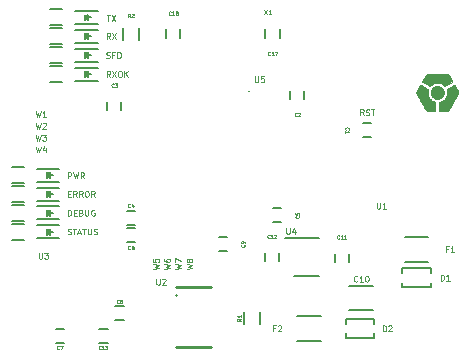
<source format=gto>
G04 #@! TF.FileFunction,Legend,Top*
%FSLAX46Y46*%
G04 Gerber Fmt 4.6, Leading zero omitted, Abs format (unit mm)*
G04 Created by KiCad (PCBNEW 4.1.0-alpha+201607021448+6961~45~ubuntu14.04.1-product) date Mon Jul  4 13:55:25 2016*
%MOMM*%
%LPD*%
G01*
G04 APERTURE LIST*
%ADD10C,0.100000*%
%ADD11C,0.150000*%
%ADD12C,0.250000*%
%ADD13C,0.010000*%
%ADD14C,0.050000*%
%ADD15C,0.080000*%
G04 APERTURE END LIST*
D10*
D11*
X148350000Y-71600000D02*
X147650000Y-71600000D01*
X147650000Y-70400000D02*
X148350000Y-70400000D01*
X142700000Y-67650000D02*
X142700000Y-68350000D01*
X141500000Y-68350000D02*
X141500000Y-67650000D01*
X126000000Y-69300000D02*
X126000000Y-68600000D01*
X127200000Y-68600000D02*
X127200000Y-69300000D01*
X127650000Y-77800000D02*
X128350000Y-77800000D01*
X128350000Y-79000000D02*
X127650000Y-79000000D01*
X140050000Y-77600000D02*
X140750000Y-77600000D01*
X140750000Y-78800000D02*
X140050000Y-78800000D01*
X126700000Y-85900000D02*
X127400000Y-85900000D01*
X127400000Y-87100000D02*
X126700000Y-87100000D01*
X121650000Y-87800000D02*
X122350000Y-87800000D01*
X122350000Y-89000000D02*
X121650000Y-89000000D01*
X127650000Y-79300000D02*
X128350000Y-79300000D01*
X128350000Y-80500000D02*
X127650000Y-80500000D01*
X136150000Y-81250000D02*
X135450000Y-81250000D01*
X135450000Y-80050000D02*
X136150000Y-80050000D01*
X146500000Y-86225000D02*
X148500000Y-86225000D01*
X148500000Y-84175000D02*
X146500000Y-84175000D01*
X146450000Y-81450000D02*
X146450000Y-82150000D01*
X145250000Y-82150000D02*
X145250000Y-81450000D01*
X140550000Y-81400000D02*
X140550000Y-82100000D01*
X139350000Y-82100000D02*
X139350000Y-81400000D01*
X125350000Y-87800000D02*
X126050000Y-87800000D01*
X126050000Y-89000000D02*
X125350000Y-89000000D01*
X140600000Y-62450000D02*
X140600000Y-63150000D01*
X139400000Y-63150000D02*
X139400000Y-62450000D01*
X131000000Y-63150000D02*
X131000000Y-62450000D01*
X132200000Y-62450000D02*
X132200000Y-63150000D01*
X153400000Y-83900000D02*
X153400000Y-84300000D01*
X153400000Y-84300000D02*
X151000000Y-84300000D01*
X151000000Y-84300000D02*
X151000000Y-83900000D01*
X151000000Y-83100000D02*
X151000000Y-82700000D01*
X151000000Y-82700000D02*
X153400000Y-82700000D01*
X153400000Y-82700000D02*
X153400000Y-83100000D01*
X146200000Y-87400000D02*
X146200000Y-87000000D01*
X146200000Y-87000000D02*
X148600000Y-87000000D01*
X148600000Y-87000000D02*
X148600000Y-87400000D01*
X148600000Y-88200000D02*
X148600000Y-88600000D01*
X148600000Y-88600000D02*
X146200000Y-88600000D01*
X146200000Y-88600000D02*
X146200000Y-88200000D01*
X153200000Y-82175000D02*
X151200000Y-82175000D01*
X151200000Y-80025000D02*
X153200000Y-80025000D01*
X144100000Y-88875000D02*
X142100000Y-88875000D01*
X142100000Y-86725000D02*
X144100000Y-86725000D01*
D12*
X134810000Y-84310000D02*
X131810000Y-84310000D01*
X134810000Y-89320000D02*
X131810000Y-89320000D01*
X131860000Y-84910000D02*
X131850000Y-84910000D01*
D11*
X141850000Y-83375000D02*
X143950000Y-83375000D01*
X141075000Y-80125000D02*
X143950000Y-80125000D01*
X138000000Y-67700000D02*
X138000000Y-67710000D01*
X122194736Y-65325000D02*
X121194736Y-65325000D01*
X121194736Y-63975000D02*
X122194736Y-63975000D01*
X122200000Y-66925000D02*
X121200000Y-66925000D01*
X121200000Y-65575000D02*
X122200000Y-65575000D01*
X122200000Y-63725000D02*
X121200000Y-63725000D01*
X121200000Y-62375000D02*
X122200000Y-62375000D01*
X122200000Y-62125000D02*
X121200000Y-62125000D01*
X121200000Y-60775000D02*
X122200000Y-60775000D01*
X118950000Y-80275000D02*
X117950000Y-80275000D01*
X117950000Y-78925000D02*
X118950000Y-78925000D01*
X118950000Y-78675000D02*
X117950000Y-78675000D01*
X117950000Y-77325000D02*
X118950000Y-77325000D01*
X118950000Y-75475000D02*
X117950000Y-75475000D01*
X117950000Y-74125000D02*
X118950000Y-74125000D01*
X127325000Y-63350000D02*
X127325000Y-62350000D01*
X128675000Y-62350000D02*
X128675000Y-63350000D01*
X137625000Y-87400000D02*
X137625000Y-86400000D01*
X138975000Y-86400000D02*
X138975000Y-87400000D01*
X118950000Y-77075000D02*
X117950000Y-77075000D01*
X117950000Y-75725000D02*
X118950000Y-75725000D01*
X120050000Y-75350000D02*
X121950000Y-75350000D01*
X120050000Y-74250000D02*
X121950000Y-74250000D01*
X120950000Y-74800000D02*
X121400000Y-74800000D01*
X120900000Y-74550000D02*
X120900000Y-75050000D01*
X120900000Y-74800000D02*
X121150000Y-74550000D01*
X121150000Y-74550000D02*
X121150000Y-75050000D01*
X121150000Y-75050000D02*
X120900000Y-74800000D01*
X120050000Y-76950000D02*
X121950000Y-76950000D01*
X120050000Y-75850000D02*
X121950000Y-75850000D01*
X120950000Y-76400000D02*
X121400000Y-76400000D01*
X120900000Y-76150000D02*
X120900000Y-76650000D01*
X120900000Y-76400000D02*
X121150000Y-76150000D01*
X121150000Y-76150000D02*
X121150000Y-76650000D01*
X121150000Y-76650000D02*
X120900000Y-76400000D01*
X120050000Y-78550000D02*
X121950000Y-78550000D01*
X120050000Y-77450000D02*
X121950000Y-77450000D01*
X120950000Y-78000000D02*
X121400000Y-78000000D01*
X120900000Y-77750000D02*
X120900000Y-78250000D01*
X120900000Y-78000000D02*
X121150000Y-77750000D01*
X121150000Y-77750000D02*
X121150000Y-78250000D01*
X121150000Y-78250000D02*
X120900000Y-78000000D01*
X120050000Y-80150000D02*
X121950000Y-80150000D01*
X120050000Y-79050000D02*
X121950000Y-79050000D01*
X120950000Y-79600000D02*
X121400000Y-79600000D01*
X120900000Y-79350000D02*
X120900000Y-79850000D01*
X120900000Y-79600000D02*
X121150000Y-79350000D01*
X121150000Y-79350000D02*
X121150000Y-79850000D01*
X121150000Y-79850000D02*
X120900000Y-79600000D01*
X123300000Y-62000000D02*
X125200000Y-62000000D01*
X123300000Y-60900000D02*
X125200000Y-60900000D01*
X124200000Y-61450000D02*
X124650000Y-61450000D01*
X124150000Y-61200000D02*
X124150000Y-61700000D01*
X124150000Y-61450000D02*
X124400000Y-61200000D01*
X124400000Y-61200000D02*
X124400000Y-61700000D01*
X124400000Y-61700000D02*
X124150000Y-61450000D01*
X123300000Y-63600000D02*
X125200000Y-63600000D01*
X123300000Y-62500000D02*
X125200000Y-62500000D01*
X124200000Y-63050000D02*
X124650000Y-63050000D01*
X124150000Y-62800000D02*
X124150000Y-63300000D01*
X124150000Y-63050000D02*
X124400000Y-62800000D01*
X124400000Y-62800000D02*
X124400000Y-63300000D01*
X124400000Y-63300000D02*
X124150000Y-63050000D01*
X123300000Y-65200000D02*
X125200000Y-65200000D01*
X123300000Y-64100000D02*
X125200000Y-64100000D01*
X124200000Y-64650000D02*
X124650000Y-64650000D01*
X124150000Y-64400000D02*
X124150000Y-64900000D01*
X124150000Y-64650000D02*
X124400000Y-64400000D01*
X124400000Y-64400000D02*
X124400000Y-64900000D01*
X124400000Y-64900000D02*
X124150000Y-64650000D01*
X123300000Y-66800000D02*
X125200000Y-66800000D01*
X123300000Y-65700000D02*
X125200000Y-65700000D01*
X124200000Y-66250000D02*
X124650000Y-66250000D01*
X124150000Y-66000000D02*
X124150000Y-66500000D01*
X124150000Y-66250000D02*
X124400000Y-66000000D01*
X124400000Y-66000000D02*
X124400000Y-66500000D01*
X124400000Y-66500000D02*
X124150000Y-66250000D01*
D13*
G36*
X152511616Y-67151435D02*
X152521924Y-67157207D01*
X152538186Y-67166436D01*
X152559713Y-67178728D01*
X152585820Y-67193690D01*
X152615820Y-67210928D01*
X152649025Y-67230050D01*
X152684749Y-67250663D01*
X152696933Y-67257702D01*
X152739896Y-67282524D01*
X152785951Y-67309125D01*
X152833518Y-67336593D01*
X152881020Y-67364017D01*
X152926878Y-67390486D01*
X152969513Y-67415088D01*
X153007347Y-67436911D01*
X153027133Y-67448320D01*
X153058637Y-67466492D01*
X153087772Y-67483314D01*
X153113739Y-67498325D01*
X153135738Y-67511061D01*
X153152972Y-67521061D01*
X153164640Y-67527861D01*
X153169944Y-67530999D01*
X153170176Y-67531151D01*
X153169566Y-67535387D01*
X153166966Y-67546030D01*
X153162816Y-67561376D01*
X153158597Y-67576154D01*
X153149051Y-67611333D01*
X153141825Y-67644214D01*
X153136581Y-67677166D01*
X153132980Y-67712556D01*
X153130682Y-67752753D01*
X153129877Y-67776812D01*
X153129688Y-67836599D01*
X153132800Y-67890963D01*
X153139552Y-67942415D01*
X153150281Y-67993464D01*
X153165327Y-68046620D01*
X153166997Y-68051883D01*
X153195564Y-68127611D01*
X153231399Y-68199748D01*
X153273990Y-68267820D01*
X153322821Y-68331352D01*
X153377380Y-68389871D01*
X153437153Y-68442902D01*
X153501625Y-68489970D01*
X153570285Y-68530603D01*
X153642617Y-68564326D01*
X153718109Y-68590664D01*
X153763414Y-68602432D01*
X153793367Y-68609245D01*
X153793367Y-69374800D01*
X153502325Y-69374463D01*
X153442475Y-69374361D01*
X153390518Y-69374197D01*
X153345878Y-69373959D01*
X153307983Y-69373636D01*
X153276257Y-69373216D01*
X153250128Y-69372689D01*
X153229020Y-69372044D01*
X153212359Y-69371269D01*
X153199572Y-69370352D01*
X153190083Y-69369283D01*
X153184245Y-69368261D01*
X153128297Y-69352157D01*
X153077227Y-69329235D01*
X153031219Y-69299616D01*
X152990454Y-69263420D01*
X152955116Y-69220767D01*
X152949989Y-69213368D01*
X152945336Y-69205936D01*
X152936777Y-69191680D01*
X152924589Y-69171076D01*
X152909044Y-69144600D01*
X152890417Y-69112728D01*
X152868982Y-69075937D01*
X152845014Y-69034701D01*
X152818785Y-68989498D01*
X152790571Y-68940804D01*
X152760645Y-68889093D01*
X152729282Y-68834843D01*
X152696756Y-68778529D01*
X152663341Y-68720628D01*
X152629311Y-68661615D01*
X152594940Y-68601967D01*
X152560502Y-68542159D01*
X152526272Y-68482668D01*
X152492523Y-68423969D01*
X152459531Y-68366539D01*
X152427568Y-68310854D01*
X152396908Y-68257389D01*
X152367827Y-68206621D01*
X152340599Y-68159026D01*
X152315496Y-68115080D01*
X152292794Y-68075258D01*
X152272767Y-68040038D01*
X152255689Y-68009894D01*
X152241833Y-67985304D01*
X152231474Y-67966742D01*
X152224887Y-67954686D01*
X152222625Y-67950283D01*
X152209463Y-67919120D01*
X152200319Y-67889980D01*
X152194650Y-67860170D01*
X152191913Y-67826998D01*
X152191474Y-67795766D01*
X152191901Y-67770257D01*
X152192961Y-67750644D01*
X152194969Y-67734364D01*
X152198245Y-67718852D01*
X152203104Y-67701543D01*
X152203154Y-67701377D01*
X152210014Y-67680733D01*
X152218070Y-67659515D01*
X152225808Y-67641658D01*
X152227357Y-67638493D01*
X152230816Y-67632130D01*
X152237951Y-67619398D01*
X152248335Y-67601041D01*
X152261539Y-67577805D01*
X152277137Y-67550433D01*
X152294701Y-67519673D01*
X152313802Y-67486268D01*
X152334015Y-67450964D01*
X152354910Y-67414507D01*
X152376061Y-67377640D01*
X152397039Y-67341110D01*
X152417418Y-67305662D01*
X152436769Y-67272040D01*
X152454665Y-67240990D01*
X152470679Y-67213257D01*
X152484383Y-67189586D01*
X152495349Y-67170722D01*
X152503149Y-67157411D01*
X152507357Y-67150398D01*
X152507948Y-67149512D01*
X152511616Y-67151435D01*
X152511616Y-67151435D01*
G37*
X152511616Y-67151435D02*
X152521924Y-67157207D01*
X152538186Y-67166436D01*
X152559713Y-67178728D01*
X152585820Y-67193690D01*
X152615820Y-67210928D01*
X152649025Y-67230050D01*
X152684749Y-67250663D01*
X152696933Y-67257702D01*
X152739896Y-67282524D01*
X152785951Y-67309125D01*
X152833518Y-67336593D01*
X152881020Y-67364017D01*
X152926878Y-67390486D01*
X152969513Y-67415088D01*
X153007347Y-67436911D01*
X153027133Y-67448320D01*
X153058637Y-67466492D01*
X153087772Y-67483314D01*
X153113739Y-67498325D01*
X153135738Y-67511061D01*
X153152972Y-67521061D01*
X153164640Y-67527861D01*
X153169944Y-67530999D01*
X153170176Y-67531151D01*
X153169566Y-67535387D01*
X153166966Y-67546030D01*
X153162816Y-67561376D01*
X153158597Y-67576154D01*
X153149051Y-67611333D01*
X153141825Y-67644214D01*
X153136581Y-67677166D01*
X153132980Y-67712556D01*
X153130682Y-67752753D01*
X153129877Y-67776812D01*
X153129688Y-67836599D01*
X153132800Y-67890963D01*
X153139552Y-67942415D01*
X153150281Y-67993464D01*
X153165327Y-68046620D01*
X153166997Y-68051883D01*
X153195564Y-68127611D01*
X153231399Y-68199748D01*
X153273990Y-68267820D01*
X153322821Y-68331352D01*
X153377380Y-68389871D01*
X153437153Y-68442902D01*
X153501625Y-68489970D01*
X153570285Y-68530603D01*
X153642617Y-68564326D01*
X153718109Y-68590664D01*
X153763414Y-68602432D01*
X153793367Y-68609245D01*
X153793367Y-69374800D01*
X153502325Y-69374463D01*
X153442475Y-69374361D01*
X153390518Y-69374197D01*
X153345878Y-69373959D01*
X153307983Y-69373636D01*
X153276257Y-69373216D01*
X153250128Y-69372689D01*
X153229020Y-69372044D01*
X153212359Y-69371269D01*
X153199572Y-69370352D01*
X153190083Y-69369283D01*
X153184245Y-69368261D01*
X153128297Y-69352157D01*
X153077227Y-69329235D01*
X153031219Y-69299616D01*
X152990454Y-69263420D01*
X152955116Y-69220767D01*
X152949989Y-69213368D01*
X152945336Y-69205936D01*
X152936777Y-69191680D01*
X152924589Y-69171076D01*
X152909044Y-69144600D01*
X152890417Y-69112728D01*
X152868982Y-69075937D01*
X152845014Y-69034701D01*
X152818785Y-68989498D01*
X152790571Y-68940804D01*
X152760645Y-68889093D01*
X152729282Y-68834843D01*
X152696756Y-68778529D01*
X152663341Y-68720628D01*
X152629311Y-68661615D01*
X152594940Y-68601967D01*
X152560502Y-68542159D01*
X152526272Y-68482668D01*
X152492523Y-68423969D01*
X152459531Y-68366539D01*
X152427568Y-68310854D01*
X152396908Y-68257389D01*
X152367827Y-68206621D01*
X152340599Y-68159026D01*
X152315496Y-68115080D01*
X152292794Y-68075258D01*
X152272767Y-68040038D01*
X152255689Y-68009894D01*
X152241833Y-67985304D01*
X152231474Y-67966742D01*
X152224887Y-67954686D01*
X152222625Y-67950283D01*
X152209463Y-67919120D01*
X152200319Y-67889980D01*
X152194650Y-67860170D01*
X152191913Y-67826998D01*
X152191474Y-67795766D01*
X152191901Y-67770257D01*
X152192961Y-67750644D01*
X152194969Y-67734364D01*
X152198245Y-67718852D01*
X152203104Y-67701543D01*
X152203154Y-67701377D01*
X152210014Y-67680733D01*
X152218070Y-67659515D01*
X152225808Y-67641658D01*
X152227357Y-67638493D01*
X152230816Y-67632130D01*
X152237951Y-67619398D01*
X152248335Y-67601041D01*
X152261539Y-67577805D01*
X152277137Y-67550433D01*
X152294701Y-67519673D01*
X152313802Y-67486268D01*
X152334015Y-67450964D01*
X152354910Y-67414507D01*
X152376061Y-67377640D01*
X152397039Y-67341110D01*
X152417418Y-67305662D01*
X152436769Y-67272040D01*
X152454665Y-67240990D01*
X152470679Y-67213257D01*
X152484383Y-67189586D01*
X152495349Y-67170722D01*
X152503149Y-67157411D01*
X152507357Y-67150398D01*
X152507948Y-67149512D01*
X152511616Y-67151435D01*
G36*
X155394873Y-67155916D02*
X155401466Y-67166144D01*
X155411384Y-67182298D01*
X155424208Y-67203654D01*
X155439523Y-67229488D01*
X155456912Y-67259075D01*
X155475957Y-67291691D01*
X155496242Y-67326611D01*
X155517351Y-67363110D01*
X155538865Y-67400465D01*
X155560370Y-67437951D01*
X155581447Y-67474843D01*
X155601680Y-67510417D01*
X155620652Y-67543949D01*
X155637947Y-67574713D01*
X155653147Y-67601986D01*
X155665836Y-67625042D01*
X155675597Y-67643158D01*
X155682013Y-67655610D01*
X155683979Y-67659815D01*
X155700003Y-67707429D01*
X155709074Y-67758141D01*
X155711193Y-67810231D01*
X155706359Y-67861976D01*
X155694572Y-67911657D01*
X155684023Y-67940083D01*
X155680476Y-67947091D01*
X155672951Y-67960949D01*
X155661720Y-67981186D01*
X155647056Y-68007330D01*
X155629229Y-68038908D01*
X155608513Y-68075448D01*
X155585179Y-68116478D01*
X155559498Y-68161526D01*
X155531744Y-68210119D01*
X155502187Y-68261786D01*
X155471099Y-68316054D01*
X155438753Y-68372451D01*
X155405420Y-68430505D01*
X155371373Y-68489744D01*
X155336882Y-68549695D01*
X155302221Y-68609886D01*
X155267660Y-68669846D01*
X155233473Y-68729101D01*
X155199930Y-68787180D01*
X155167304Y-68843611D01*
X155135866Y-68897922D01*
X155105889Y-68949639D01*
X155077644Y-68998292D01*
X155051403Y-69043407D01*
X155027438Y-69084513D01*
X155006022Y-69121138D01*
X154987425Y-69152809D01*
X154971920Y-69179054D01*
X154959779Y-69199401D01*
X154951273Y-69213378D01*
X154946825Y-69220301D01*
X154920740Y-69252214D01*
X154888865Y-69282909D01*
X154853445Y-69310592D01*
X154816724Y-69333471D01*
X154788200Y-69346998D01*
X154776496Y-69351737D01*
X154766243Y-69355847D01*
X154756775Y-69359375D01*
X154747423Y-69362369D01*
X154737520Y-69364875D01*
X154726398Y-69366941D01*
X154713391Y-69368615D01*
X154697829Y-69369943D01*
X154679047Y-69370973D01*
X154656375Y-69371753D01*
X154629148Y-69372329D01*
X154596696Y-69372749D01*
X154558353Y-69373059D01*
X154513451Y-69373309D01*
X154461323Y-69373544D01*
X154410375Y-69373770D01*
X154106633Y-69375166D01*
X154106633Y-68609757D01*
X154150917Y-68598710D01*
X154229815Y-68574745D01*
X154305228Y-68543276D01*
X154376708Y-68504704D01*
X154443805Y-68459428D01*
X154506072Y-68407850D01*
X154563057Y-68350367D01*
X154614314Y-68287382D01*
X154659392Y-68219294D01*
X154697844Y-68146503D01*
X154721715Y-68089983D01*
X154741820Y-68030917D01*
X154756561Y-67972934D01*
X154766343Y-67913738D01*
X154771569Y-67851030D01*
X154772744Y-67800000D01*
X154772278Y-67757770D01*
X154770572Y-67721356D01*
X154767300Y-67688158D01*
X154762134Y-67655572D01*
X154754747Y-67620999D01*
X154745753Y-67585370D01*
X154740774Y-67566283D01*
X154736726Y-67550131D01*
X154734046Y-67538708D01*
X154733167Y-67533916D01*
X154736567Y-67529840D01*
X154745395Y-67523350D01*
X154755392Y-67517226D01*
X154767419Y-67510343D01*
X154784647Y-67500432D01*
X154804957Y-67488716D01*
X154826227Y-67476416D01*
X154830534Y-67473922D01*
X154853294Y-67460747D01*
X154881899Y-67444207D01*
X154915342Y-67424883D01*
X154952615Y-67403355D01*
X154992711Y-67380206D01*
X155034624Y-67356014D01*
X155077345Y-67331363D01*
X155119869Y-67306832D01*
X155161188Y-67283003D01*
X155200294Y-67260457D01*
X155236182Y-67239775D01*
X155267843Y-67221538D01*
X155294271Y-67206326D01*
X155314459Y-67194722D01*
X155315820Y-67193940D01*
X155338261Y-67181162D01*
X155358253Y-67169975D01*
X155374621Y-67161021D01*
X155386188Y-67154942D01*
X155391778Y-67152381D01*
X155392020Y-67152340D01*
X155394873Y-67155916D01*
X155394873Y-67155916D01*
G37*
X155394873Y-67155916D02*
X155401466Y-67166144D01*
X155411384Y-67182298D01*
X155424208Y-67203654D01*
X155439523Y-67229488D01*
X155456912Y-67259075D01*
X155475957Y-67291691D01*
X155496242Y-67326611D01*
X155517351Y-67363110D01*
X155538865Y-67400465D01*
X155560370Y-67437951D01*
X155581447Y-67474843D01*
X155601680Y-67510417D01*
X155620652Y-67543949D01*
X155637947Y-67574713D01*
X155653147Y-67601986D01*
X155665836Y-67625042D01*
X155675597Y-67643158D01*
X155682013Y-67655610D01*
X155683979Y-67659815D01*
X155700003Y-67707429D01*
X155709074Y-67758141D01*
X155711193Y-67810231D01*
X155706359Y-67861976D01*
X155694572Y-67911657D01*
X155684023Y-67940083D01*
X155680476Y-67947091D01*
X155672951Y-67960949D01*
X155661720Y-67981186D01*
X155647056Y-68007330D01*
X155629229Y-68038908D01*
X155608513Y-68075448D01*
X155585179Y-68116478D01*
X155559498Y-68161526D01*
X155531744Y-68210119D01*
X155502187Y-68261786D01*
X155471099Y-68316054D01*
X155438753Y-68372451D01*
X155405420Y-68430505D01*
X155371373Y-68489744D01*
X155336882Y-68549695D01*
X155302221Y-68609886D01*
X155267660Y-68669846D01*
X155233473Y-68729101D01*
X155199930Y-68787180D01*
X155167304Y-68843611D01*
X155135866Y-68897922D01*
X155105889Y-68949639D01*
X155077644Y-68998292D01*
X155051403Y-69043407D01*
X155027438Y-69084513D01*
X155006022Y-69121138D01*
X154987425Y-69152809D01*
X154971920Y-69179054D01*
X154959779Y-69199401D01*
X154951273Y-69213378D01*
X154946825Y-69220301D01*
X154920740Y-69252214D01*
X154888865Y-69282909D01*
X154853445Y-69310592D01*
X154816724Y-69333471D01*
X154788200Y-69346998D01*
X154776496Y-69351737D01*
X154766243Y-69355847D01*
X154756775Y-69359375D01*
X154747423Y-69362369D01*
X154737520Y-69364875D01*
X154726398Y-69366941D01*
X154713391Y-69368615D01*
X154697829Y-69369943D01*
X154679047Y-69370973D01*
X154656375Y-69371753D01*
X154629148Y-69372329D01*
X154596696Y-69372749D01*
X154558353Y-69373059D01*
X154513451Y-69373309D01*
X154461323Y-69373544D01*
X154410375Y-69373770D01*
X154106633Y-69375166D01*
X154106633Y-68609757D01*
X154150917Y-68598710D01*
X154229815Y-68574745D01*
X154305228Y-68543276D01*
X154376708Y-68504704D01*
X154443805Y-68459428D01*
X154506072Y-68407850D01*
X154563057Y-68350367D01*
X154614314Y-68287382D01*
X154659392Y-68219294D01*
X154697844Y-68146503D01*
X154721715Y-68089983D01*
X154741820Y-68030917D01*
X154756561Y-67972934D01*
X154766343Y-67913738D01*
X154771569Y-67851030D01*
X154772744Y-67800000D01*
X154772278Y-67757770D01*
X154770572Y-67721356D01*
X154767300Y-67688158D01*
X154762134Y-67655572D01*
X154754747Y-67620999D01*
X154745753Y-67585370D01*
X154740774Y-67566283D01*
X154736726Y-67550131D01*
X154734046Y-67538708D01*
X154733167Y-67533916D01*
X154736567Y-67529840D01*
X154745395Y-67523350D01*
X154755392Y-67517226D01*
X154767419Y-67510343D01*
X154784647Y-67500432D01*
X154804957Y-67488716D01*
X154826227Y-67476416D01*
X154830534Y-67473922D01*
X154853294Y-67460747D01*
X154881899Y-67444207D01*
X154915342Y-67424883D01*
X154952615Y-67403355D01*
X154992711Y-67380206D01*
X155034624Y-67356014D01*
X155077345Y-67331363D01*
X155119869Y-67306832D01*
X155161188Y-67283003D01*
X155200294Y-67260457D01*
X155236182Y-67239775D01*
X155267843Y-67221538D01*
X155294271Y-67206326D01*
X155314459Y-67194722D01*
X155315820Y-67193940D01*
X155338261Y-67181162D01*
X155358253Y-67169975D01*
X155374621Y-67161021D01*
X155386188Y-67154942D01*
X155391778Y-67152381D01*
X155392020Y-67152340D01*
X155394873Y-67155916D01*
G36*
X154015156Y-67255164D02*
X154055125Y-67260968D01*
X154058939Y-67261753D01*
X154125259Y-67279995D01*
X154187774Y-67305490D01*
X154246007Y-67337811D01*
X154299484Y-67376528D01*
X154347726Y-67421214D01*
X154390259Y-67471441D01*
X154426606Y-67526779D01*
X154456290Y-67586803D01*
X154473978Y-67634900D01*
X154483581Y-67667724D01*
X154490396Y-67697715D01*
X154494803Y-67727571D01*
X154497183Y-67759988D01*
X154497918Y-67797666D01*
X154497909Y-67804233D01*
X154496975Y-67844043D01*
X154494183Y-67878387D01*
X154489076Y-67910152D01*
X154481198Y-67942221D01*
X154470801Y-67975385D01*
X154445374Y-68037702D01*
X154412920Y-68095755D01*
X154373987Y-68149060D01*
X154329122Y-68197135D01*
X154278874Y-68239499D01*
X154223790Y-68275668D01*
X154164419Y-68305161D01*
X154101307Y-68327494D01*
X154059160Y-68337818D01*
X154024508Y-68343351D01*
X153985925Y-68346964D01*
X153946623Y-68348510D01*
X153909809Y-68347842D01*
X153885845Y-68345807D01*
X153819717Y-68333490D01*
X153756363Y-68313519D01*
X153696360Y-68286362D01*
X153640288Y-68252486D01*
X153588726Y-68212358D01*
X153542253Y-68166445D01*
X153501448Y-68115214D01*
X153466891Y-68059133D01*
X153439159Y-67998668D01*
X153432316Y-67979916D01*
X153417556Y-67930415D01*
X153408153Y-67882105D01*
X153403556Y-67831619D01*
X153402876Y-67800000D01*
X153406554Y-67735152D01*
X153417355Y-67671594D01*
X153434927Y-67610862D01*
X153458919Y-67554495D01*
X153458944Y-67554446D01*
X153479197Y-67518855D01*
X153504398Y-67481643D01*
X153532378Y-67445775D01*
X153560970Y-67414219D01*
X153562535Y-67412650D01*
X153614228Y-67366922D01*
X153670225Y-67328429D01*
X153730219Y-67297339D01*
X153793901Y-67273817D01*
X153840215Y-67262007D01*
X153880125Y-67255795D01*
X153924614Y-67252581D01*
X153970638Y-67252370D01*
X154015156Y-67255164D01*
X154015156Y-67255164D01*
G37*
X154015156Y-67255164D02*
X154055125Y-67260968D01*
X154058939Y-67261753D01*
X154125259Y-67279995D01*
X154187774Y-67305490D01*
X154246007Y-67337811D01*
X154299484Y-67376528D01*
X154347726Y-67421214D01*
X154390259Y-67471441D01*
X154426606Y-67526779D01*
X154456290Y-67586803D01*
X154473978Y-67634900D01*
X154483581Y-67667724D01*
X154490396Y-67697715D01*
X154494803Y-67727571D01*
X154497183Y-67759988D01*
X154497918Y-67797666D01*
X154497909Y-67804233D01*
X154496975Y-67844043D01*
X154494183Y-67878387D01*
X154489076Y-67910152D01*
X154481198Y-67942221D01*
X154470801Y-67975385D01*
X154445374Y-68037702D01*
X154412920Y-68095755D01*
X154373987Y-68149060D01*
X154329122Y-68197135D01*
X154278874Y-68239499D01*
X154223790Y-68275668D01*
X154164419Y-68305161D01*
X154101307Y-68327494D01*
X154059160Y-68337818D01*
X154024508Y-68343351D01*
X153985925Y-68346964D01*
X153946623Y-68348510D01*
X153909809Y-68347842D01*
X153885845Y-68345807D01*
X153819717Y-68333490D01*
X153756363Y-68313519D01*
X153696360Y-68286362D01*
X153640288Y-68252486D01*
X153588726Y-68212358D01*
X153542253Y-68166445D01*
X153501448Y-68115214D01*
X153466891Y-68059133D01*
X153439159Y-67998668D01*
X153432316Y-67979916D01*
X153417556Y-67930415D01*
X153408153Y-67882105D01*
X153403556Y-67831619D01*
X153402876Y-67800000D01*
X153406554Y-67735152D01*
X153417355Y-67671594D01*
X153434927Y-67610862D01*
X153458919Y-67554495D01*
X153458944Y-67554446D01*
X153479197Y-67518855D01*
X153504398Y-67481643D01*
X153532378Y-67445775D01*
X153560970Y-67414219D01*
X153562535Y-67412650D01*
X153614228Y-67366922D01*
X153670225Y-67328429D01*
X153730219Y-67297339D01*
X153793901Y-67273817D01*
X153840215Y-67262007D01*
X153880125Y-67255795D01*
X153924614Y-67252581D01*
X153970638Y-67252370D01*
X154015156Y-67255164D01*
G36*
X154045991Y-66227319D02*
X154131778Y-66227330D01*
X154209857Y-66227354D01*
X154280607Y-66227393D01*
X154344408Y-66227452D01*
X154401639Y-66227535D01*
X154452679Y-66227644D01*
X154497908Y-66227785D01*
X154537704Y-66227961D01*
X154572448Y-66228174D01*
X154602519Y-66228431D01*
X154628295Y-66228733D01*
X154650157Y-66229085D01*
X154668483Y-66229490D01*
X154683653Y-66229953D01*
X154696046Y-66230477D01*
X154706042Y-66231066D01*
X154714019Y-66231723D01*
X154720358Y-66232453D01*
X154725437Y-66233258D01*
X154729636Y-66234144D01*
X154733167Y-66235066D01*
X154780245Y-66250491D01*
X154820926Y-66268771D01*
X154857081Y-66290921D01*
X154890575Y-66317955D01*
X154897202Y-66324116D01*
X154908522Y-66335096D01*
X154918767Y-66345706D01*
X154928488Y-66356762D01*
X154938233Y-66369078D01*
X154948553Y-66383472D01*
X154959997Y-66400757D01*
X154973115Y-66421751D01*
X154988456Y-66447268D01*
X155006569Y-66478124D01*
X155028006Y-66515134D01*
X155040226Y-66536350D01*
X155061272Y-66572921D01*
X155084129Y-66612627D01*
X155107659Y-66653492D01*
X155130725Y-66693542D01*
X155152190Y-66730802D01*
X155170918Y-66763299D01*
X155175903Y-66771944D01*
X155236072Y-66876306D01*
X154907361Y-67065790D01*
X154858872Y-67093739D01*
X154812471Y-67120482D01*
X154768685Y-67145715D01*
X154728038Y-67169135D01*
X154691055Y-67190440D01*
X154658262Y-67209328D01*
X154630184Y-67225497D01*
X154607347Y-67238643D01*
X154590274Y-67248464D01*
X154579493Y-67254657D01*
X154575531Y-67256918D01*
X154571469Y-67254765D01*
X154563195Y-67247618D01*
X154552158Y-67236783D01*
X154546167Y-67230506D01*
X154496507Y-67182697D01*
X154440188Y-67137888D01*
X154378784Y-67097111D01*
X154313870Y-67061397D01*
X154247021Y-67031780D01*
X154237025Y-67027964D01*
X154159344Y-67003404D01*
X154079765Y-66986860D01*
X153999010Y-66978298D01*
X153917800Y-66977682D01*
X153836858Y-66984979D01*
X153756904Y-67000153D01*
X153678662Y-67023169D01*
X153602851Y-67053994D01*
X153592284Y-67059022D01*
X153526165Y-67094612D01*
X153465433Y-67134952D01*
X153408217Y-67181388D01*
X153365800Y-67221717D01*
X153351753Y-67235740D01*
X153339909Y-67247222D01*
X153331492Y-67254999D01*
X153327727Y-67257910D01*
X153327700Y-67257910D01*
X153323805Y-67255810D01*
X153313106Y-67249771D01*
X153296128Y-67240094D01*
X153273396Y-67227082D01*
X153245435Y-67211034D01*
X153212769Y-67192253D01*
X153175922Y-67171041D01*
X153135419Y-67147699D01*
X153091785Y-67122529D01*
X153045544Y-67095832D01*
X152999617Y-67069295D01*
X152951332Y-67041370D01*
X152905132Y-67014620D01*
X152861545Y-66989354D01*
X152821099Y-66965879D01*
X152784322Y-66944502D01*
X152751741Y-66925530D01*
X152723884Y-66909271D01*
X152701279Y-66896032D01*
X152684454Y-66886121D01*
X152673937Y-66879845D01*
X152670273Y-66877532D01*
X152671644Y-66873296D01*
X152676928Y-66862496D01*
X152685712Y-66845846D01*
X152697584Y-66824060D01*
X152712130Y-66797852D01*
X152728937Y-66767936D01*
X152747591Y-66735027D01*
X152767680Y-66699837D01*
X152788791Y-66663081D01*
X152810509Y-66625472D01*
X152832423Y-66587726D01*
X152854119Y-66550555D01*
X152875184Y-66514674D01*
X152895204Y-66480796D01*
X152913767Y-66449636D01*
X152930460Y-66421907D01*
X152944868Y-66398323D01*
X152956580Y-66379599D01*
X152965181Y-66366448D01*
X152969475Y-66360506D01*
X153005527Y-66322360D01*
X153047543Y-66289352D01*
X153094180Y-66262341D01*
X153144096Y-66242189D01*
X153162600Y-66236781D01*
X153198583Y-66227316D01*
X153952117Y-66227316D01*
X154045991Y-66227319D01*
X154045991Y-66227319D01*
G37*
X154045991Y-66227319D02*
X154131778Y-66227330D01*
X154209857Y-66227354D01*
X154280607Y-66227393D01*
X154344408Y-66227452D01*
X154401639Y-66227535D01*
X154452679Y-66227644D01*
X154497908Y-66227785D01*
X154537704Y-66227961D01*
X154572448Y-66228174D01*
X154602519Y-66228431D01*
X154628295Y-66228733D01*
X154650157Y-66229085D01*
X154668483Y-66229490D01*
X154683653Y-66229953D01*
X154696046Y-66230477D01*
X154706042Y-66231066D01*
X154714019Y-66231723D01*
X154720358Y-66232453D01*
X154725437Y-66233258D01*
X154729636Y-66234144D01*
X154733167Y-66235066D01*
X154780245Y-66250491D01*
X154820926Y-66268771D01*
X154857081Y-66290921D01*
X154890575Y-66317955D01*
X154897202Y-66324116D01*
X154908522Y-66335096D01*
X154918767Y-66345706D01*
X154928488Y-66356762D01*
X154938233Y-66369078D01*
X154948553Y-66383472D01*
X154959997Y-66400757D01*
X154973115Y-66421751D01*
X154988456Y-66447268D01*
X155006569Y-66478124D01*
X155028006Y-66515134D01*
X155040226Y-66536350D01*
X155061272Y-66572921D01*
X155084129Y-66612627D01*
X155107659Y-66653492D01*
X155130725Y-66693542D01*
X155152190Y-66730802D01*
X155170918Y-66763299D01*
X155175903Y-66771944D01*
X155236072Y-66876306D01*
X154907361Y-67065790D01*
X154858872Y-67093739D01*
X154812471Y-67120482D01*
X154768685Y-67145715D01*
X154728038Y-67169135D01*
X154691055Y-67190440D01*
X154658262Y-67209328D01*
X154630184Y-67225497D01*
X154607347Y-67238643D01*
X154590274Y-67248464D01*
X154579493Y-67254657D01*
X154575531Y-67256918D01*
X154571469Y-67254765D01*
X154563195Y-67247618D01*
X154552158Y-67236783D01*
X154546167Y-67230506D01*
X154496507Y-67182697D01*
X154440188Y-67137888D01*
X154378784Y-67097111D01*
X154313870Y-67061397D01*
X154247021Y-67031780D01*
X154237025Y-67027964D01*
X154159344Y-67003404D01*
X154079765Y-66986860D01*
X153999010Y-66978298D01*
X153917800Y-66977682D01*
X153836858Y-66984979D01*
X153756904Y-67000153D01*
X153678662Y-67023169D01*
X153602851Y-67053994D01*
X153592284Y-67059022D01*
X153526165Y-67094612D01*
X153465433Y-67134952D01*
X153408217Y-67181388D01*
X153365800Y-67221717D01*
X153351753Y-67235740D01*
X153339909Y-67247222D01*
X153331492Y-67254999D01*
X153327727Y-67257910D01*
X153327700Y-67257910D01*
X153323805Y-67255810D01*
X153313106Y-67249771D01*
X153296128Y-67240094D01*
X153273396Y-67227082D01*
X153245435Y-67211034D01*
X153212769Y-67192253D01*
X153175922Y-67171041D01*
X153135419Y-67147699D01*
X153091785Y-67122529D01*
X153045544Y-67095832D01*
X152999617Y-67069295D01*
X152951332Y-67041370D01*
X152905132Y-67014620D01*
X152861545Y-66989354D01*
X152821099Y-66965879D01*
X152784322Y-66944502D01*
X152751741Y-66925530D01*
X152723884Y-66909271D01*
X152701279Y-66896032D01*
X152684454Y-66886121D01*
X152673937Y-66879845D01*
X152670273Y-66877532D01*
X152671644Y-66873296D01*
X152676928Y-66862496D01*
X152685712Y-66845846D01*
X152697584Y-66824060D01*
X152712130Y-66797852D01*
X152728937Y-66767936D01*
X152747591Y-66735027D01*
X152767680Y-66699837D01*
X152788791Y-66663081D01*
X152810509Y-66625472D01*
X152832423Y-66587726D01*
X152854119Y-66550555D01*
X152875184Y-66514674D01*
X152895204Y-66480796D01*
X152913767Y-66449636D01*
X152930460Y-66421907D01*
X152944868Y-66398323D01*
X152956580Y-66379599D01*
X152965181Y-66366448D01*
X152969475Y-66360506D01*
X153005527Y-66322360D01*
X153047543Y-66289352D01*
X153094180Y-66262341D01*
X153144096Y-66242189D01*
X153162600Y-66236781D01*
X153198583Y-66227316D01*
X153952117Y-66227316D01*
X154045991Y-66227319D01*
D14*
X146192857Y-70950000D02*
X146178571Y-70935714D01*
X146164285Y-70892857D01*
X146164285Y-70864285D01*
X146178571Y-70821428D01*
X146207142Y-70792857D01*
X146235714Y-70778571D01*
X146292857Y-70764285D01*
X146335714Y-70764285D01*
X146392857Y-70778571D01*
X146421428Y-70792857D01*
X146450000Y-70821428D01*
X146464285Y-70864285D01*
X146464285Y-70892857D01*
X146450000Y-70935714D01*
X146435714Y-70950000D01*
X146164285Y-71235714D02*
X146164285Y-71064285D01*
X146164285Y-71150000D02*
X146464285Y-71150000D01*
X146421428Y-71121428D01*
X146392857Y-71092857D01*
X146378571Y-71064285D01*
X142050000Y-69807142D02*
X142035714Y-69821428D01*
X141992857Y-69835714D01*
X141964285Y-69835714D01*
X141921428Y-69821428D01*
X141892857Y-69792857D01*
X141878571Y-69764285D01*
X141864285Y-69707142D01*
X141864285Y-69664285D01*
X141878571Y-69607142D01*
X141892857Y-69578571D01*
X141921428Y-69550000D01*
X141964285Y-69535714D01*
X141992857Y-69535714D01*
X142035714Y-69550000D01*
X142050000Y-69564285D01*
X142164285Y-69564285D02*
X142178571Y-69550000D01*
X142207142Y-69535714D01*
X142278571Y-69535714D01*
X142307142Y-69550000D01*
X142321428Y-69564285D01*
X142335714Y-69592857D01*
X142335714Y-69621428D01*
X142321428Y-69664285D01*
X142150000Y-69835714D01*
X142335714Y-69835714D01*
X126550000Y-67307142D02*
X126535714Y-67321428D01*
X126492857Y-67335714D01*
X126464285Y-67335714D01*
X126421428Y-67321428D01*
X126392857Y-67292857D01*
X126378571Y-67264285D01*
X126364285Y-67207142D01*
X126364285Y-67164285D01*
X126378571Y-67107142D01*
X126392857Y-67078571D01*
X126421428Y-67050000D01*
X126464285Y-67035714D01*
X126492857Y-67035714D01*
X126535714Y-67050000D01*
X126550000Y-67064285D01*
X126650000Y-67035714D02*
X126835714Y-67035714D01*
X126735714Y-67150000D01*
X126778571Y-67150000D01*
X126807142Y-67164285D01*
X126821428Y-67178571D01*
X126835714Y-67207142D01*
X126835714Y-67278571D01*
X126821428Y-67307142D01*
X126807142Y-67321428D01*
X126778571Y-67335714D01*
X126692857Y-67335714D01*
X126664285Y-67321428D01*
X126650000Y-67307142D01*
X127950000Y-77507142D02*
X127935714Y-77521428D01*
X127892857Y-77535714D01*
X127864285Y-77535714D01*
X127821428Y-77521428D01*
X127792857Y-77492857D01*
X127778571Y-77464285D01*
X127764285Y-77407142D01*
X127764285Y-77364285D01*
X127778571Y-77307142D01*
X127792857Y-77278571D01*
X127821428Y-77250000D01*
X127864285Y-77235714D01*
X127892857Y-77235714D01*
X127935714Y-77250000D01*
X127950000Y-77264285D01*
X128207142Y-77335714D02*
X128207142Y-77535714D01*
X128135714Y-77221428D02*
X128064285Y-77435714D01*
X128250000Y-77435714D01*
X142207142Y-78250000D02*
X142221428Y-78264285D01*
X142235714Y-78307142D01*
X142235714Y-78335714D01*
X142221428Y-78378571D01*
X142192857Y-78407142D01*
X142164285Y-78421428D01*
X142107142Y-78435714D01*
X142064285Y-78435714D01*
X142007142Y-78421428D01*
X141978571Y-78407142D01*
X141950000Y-78378571D01*
X141935714Y-78335714D01*
X141935714Y-78307142D01*
X141950000Y-78264285D01*
X141964285Y-78250000D01*
X141935714Y-77978571D02*
X141935714Y-78121428D01*
X142078571Y-78135714D01*
X142064285Y-78121428D01*
X142050000Y-78092857D01*
X142050000Y-78021428D01*
X142064285Y-77992857D01*
X142078571Y-77978571D01*
X142107142Y-77964285D01*
X142178571Y-77964285D01*
X142207142Y-77978571D01*
X142221428Y-77992857D01*
X142235714Y-78021428D01*
X142235714Y-78092857D01*
X142221428Y-78121428D01*
X142207142Y-78135714D01*
X127000000Y-85607142D02*
X126985714Y-85621428D01*
X126942857Y-85635714D01*
X126914285Y-85635714D01*
X126871428Y-85621428D01*
X126842857Y-85592857D01*
X126828571Y-85564285D01*
X126814285Y-85507142D01*
X126814285Y-85464285D01*
X126828571Y-85407142D01*
X126842857Y-85378571D01*
X126871428Y-85350000D01*
X126914285Y-85335714D01*
X126942857Y-85335714D01*
X126985714Y-85350000D01*
X127000000Y-85364285D01*
X127257142Y-85335714D02*
X127200000Y-85335714D01*
X127171428Y-85350000D01*
X127157142Y-85364285D01*
X127128571Y-85407142D01*
X127114285Y-85464285D01*
X127114285Y-85578571D01*
X127128571Y-85607142D01*
X127142857Y-85621428D01*
X127171428Y-85635714D01*
X127228571Y-85635714D01*
X127257142Y-85621428D01*
X127271428Y-85607142D01*
X127285714Y-85578571D01*
X127285714Y-85507142D01*
X127271428Y-85478571D01*
X127257142Y-85464285D01*
X127228571Y-85450000D01*
X127171428Y-85450000D01*
X127142857Y-85464285D01*
X127128571Y-85478571D01*
X127114285Y-85507142D01*
X121950000Y-89507142D02*
X121935714Y-89521428D01*
X121892857Y-89535714D01*
X121864285Y-89535714D01*
X121821428Y-89521428D01*
X121792857Y-89492857D01*
X121778571Y-89464285D01*
X121764285Y-89407142D01*
X121764285Y-89364285D01*
X121778571Y-89307142D01*
X121792857Y-89278571D01*
X121821428Y-89250000D01*
X121864285Y-89235714D01*
X121892857Y-89235714D01*
X121935714Y-89250000D01*
X121950000Y-89264285D01*
X122050000Y-89235714D02*
X122250000Y-89235714D01*
X122121428Y-89535714D01*
X127950000Y-81057142D02*
X127935714Y-81071428D01*
X127892857Y-81085714D01*
X127864285Y-81085714D01*
X127821428Y-81071428D01*
X127792857Y-81042857D01*
X127778571Y-81014285D01*
X127764285Y-80957142D01*
X127764285Y-80914285D01*
X127778571Y-80857142D01*
X127792857Y-80828571D01*
X127821428Y-80800000D01*
X127864285Y-80785714D01*
X127892857Y-80785714D01*
X127935714Y-80800000D01*
X127950000Y-80814285D01*
X128121428Y-80914285D02*
X128092857Y-80900000D01*
X128078571Y-80885714D01*
X128064285Y-80857142D01*
X128064285Y-80842857D01*
X128078571Y-80814285D01*
X128092857Y-80800000D01*
X128121428Y-80785714D01*
X128178571Y-80785714D01*
X128207142Y-80800000D01*
X128221428Y-80814285D01*
X128235714Y-80842857D01*
X128235714Y-80857142D01*
X128221428Y-80885714D01*
X128207142Y-80900000D01*
X128178571Y-80914285D01*
X128121428Y-80914285D01*
X128092857Y-80928571D01*
X128078571Y-80942857D01*
X128064285Y-80971428D01*
X128064285Y-81028571D01*
X128078571Y-81057142D01*
X128092857Y-81071428D01*
X128121428Y-81085714D01*
X128178571Y-81085714D01*
X128207142Y-81071428D01*
X128221428Y-81057142D01*
X128235714Y-81028571D01*
X128235714Y-80971428D01*
X128221428Y-80942857D01*
X128207142Y-80928571D01*
X128178571Y-80914285D01*
X137607142Y-80700000D02*
X137621428Y-80714285D01*
X137635714Y-80757142D01*
X137635714Y-80785714D01*
X137621428Y-80828571D01*
X137592857Y-80857142D01*
X137564285Y-80871428D01*
X137507142Y-80885714D01*
X137464285Y-80885714D01*
X137407142Y-80871428D01*
X137378571Y-80857142D01*
X137350000Y-80828571D01*
X137335714Y-80785714D01*
X137335714Y-80757142D01*
X137350000Y-80714285D01*
X137364285Y-80700000D01*
X137635714Y-80557142D02*
X137635714Y-80500000D01*
X137621428Y-80471428D01*
X137607142Y-80457142D01*
X137564285Y-80428571D01*
X137507142Y-80414285D01*
X137392857Y-80414285D01*
X137364285Y-80428571D01*
X137350000Y-80442857D01*
X137335714Y-80471428D01*
X137335714Y-80528571D01*
X137350000Y-80557142D01*
X137364285Y-80571428D01*
X137392857Y-80585714D01*
X137464285Y-80585714D01*
X137492857Y-80571428D01*
X137507142Y-80557142D01*
X137521428Y-80528571D01*
X137521428Y-80471428D01*
X137507142Y-80442857D01*
X137492857Y-80428571D01*
X137464285Y-80414285D01*
D10*
X147178571Y-83778571D02*
X147154761Y-83802380D01*
X147083333Y-83826190D01*
X147035714Y-83826190D01*
X146964285Y-83802380D01*
X146916666Y-83754761D01*
X146892857Y-83707142D01*
X146869047Y-83611904D01*
X146869047Y-83540476D01*
X146892857Y-83445238D01*
X146916666Y-83397619D01*
X146964285Y-83350000D01*
X147035714Y-83326190D01*
X147083333Y-83326190D01*
X147154761Y-83350000D01*
X147178571Y-83373809D01*
X147654761Y-83826190D02*
X147369047Y-83826190D01*
X147511904Y-83826190D02*
X147511904Y-83326190D01*
X147464285Y-83397619D01*
X147416666Y-83445238D01*
X147369047Y-83469047D01*
X147964285Y-83326190D02*
X148011904Y-83326190D01*
X148059523Y-83350000D01*
X148083333Y-83373809D01*
X148107142Y-83421428D01*
X148130952Y-83516666D01*
X148130952Y-83635714D01*
X148107142Y-83730952D01*
X148083333Y-83778571D01*
X148059523Y-83802380D01*
X148011904Y-83826190D01*
X147964285Y-83826190D01*
X147916666Y-83802380D01*
X147892857Y-83778571D01*
X147869047Y-83730952D01*
X147845238Y-83635714D01*
X147845238Y-83516666D01*
X147869047Y-83421428D01*
X147892857Y-83373809D01*
X147916666Y-83350000D01*
X147964285Y-83326190D01*
D14*
X145657142Y-80157142D02*
X145642857Y-80171428D01*
X145600000Y-80185714D01*
X145571428Y-80185714D01*
X145528571Y-80171428D01*
X145500000Y-80142857D01*
X145485714Y-80114285D01*
X145471428Y-80057142D01*
X145471428Y-80014285D01*
X145485714Y-79957142D01*
X145500000Y-79928571D01*
X145528571Y-79900000D01*
X145571428Y-79885714D01*
X145600000Y-79885714D01*
X145642857Y-79900000D01*
X145657142Y-79914285D01*
X145942857Y-80185714D02*
X145771428Y-80185714D01*
X145857142Y-80185714D02*
X145857142Y-79885714D01*
X145828571Y-79928571D01*
X145800000Y-79957142D01*
X145771428Y-79971428D01*
X146228571Y-80185714D02*
X146057142Y-80185714D01*
X146142857Y-80185714D02*
X146142857Y-79885714D01*
X146114285Y-79928571D01*
X146085714Y-79957142D01*
X146057142Y-79971428D01*
X139757142Y-80107142D02*
X139742857Y-80121428D01*
X139700000Y-80135714D01*
X139671428Y-80135714D01*
X139628571Y-80121428D01*
X139600000Y-80092857D01*
X139585714Y-80064285D01*
X139571428Y-80007142D01*
X139571428Y-79964285D01*
X139585714Y-79907142D01*
X139600000Y-79878571D01*
X139628571Y-79850000D01*
X139671428Y-79835714D01*
X139700000Y-79835714D01*
X139742857Y-79850000D01*
X139757142Y-79864285D01*
X140042857Y-80135714D02*
X139871428Y-80135714D01*
X139957142Y-80135714D02*
X139957142Y-79835714D01*
X139928571Y-79878571D01*
X139900000Y-79907142D01*
X139871428Y-79921428D01*
X140157142Y-79864285D02*
X140171428Y-79850000D01*
X140200000Y-79835714D01*
X140271428Y-79835714D01*
X140300000Y-79850000D01*
X140314285Y-79864285D01*
X140328571Y-79892857D01*
X140328571Y-79921428D01*
X140314285Y-79964285D01*
X140142857Y-80135714D01*
X140328571Y-80135714D01*
X125457142Y-89507142D02*
X125442857Y-89521428D01*
X125400000Y-89535714D01*
X125371428Y-89535714D01*
X125328571Y-89521428D01*
X125300000Y-89492857D01*
X125285714Y-89464285D01*
X125271428Y-89407142D01*
X125271428Y-89364285D01*
X125285714Y-89307142D01*
X125300000Y-89278571D01*
X125328571Y-89250000D01*
X125371428Y-89235714D01*
X125400000Y-89235714D01*
X125442857Y-89250000D01*
X125457142Y-89264285D01*
X125742857Y-89535714D02*
X125571428Y-89535714D01*
X125657142Y-89535714D02*
X125657142Y-89235714D01*
X125628571Y-89278571D01*
X125600000Y-89307142D01*
X125571428Y-89321428D01*
X125842857Y-89235714D02*
X126028571Y-89235714D01*
X125928571Y-89350000D01*
X125971428Y-89350000D01*
X126000000Y-89364285D01*
X126014285Y-89378571D01*
X126028571Y-89407142D01*
X126028571Y-89478571D01*
X126014285Y-89507142D01*
X126000000Y-89521428D01*
X125971428Y-89535714D01*
X125885714Y-89535714D01*
X125857142Y-89521428D01*
X125842857Y-89507142D01*
X139807142Y-64607142D02*
X139792857Y-64621428D01*
X139750000Y-64635714D01*
X139721428Y-64635714D01*
X139678571Y-64621428D01*
X139650000Y-64592857D01*
X139635714Y-64564285D01*
X139621428Y-64507142D01*
X139621428Y-64464285D01*
X139635714Y-64407142D01*
X139650000Y-64378571D01*
X139678571Y-64350000D01*
X139721428Y-64335714D01*
X139750000Y-64335714D01*
X139792857Y-64350000D01*
X139807142Y-64364285D01*
X140092857Y-64635714D02*
X139921428Y-64635714D01*
X140007142Y-64635714D02*
X140007142Y-64335714D01*
X139978571Y-64378571D01*
X139950000Y-64407142D01*
X139921428Y-64421428D01*
X140192857Y-64335714D02*
X140392857Y-64335714D01*
X140264285Y-64635714D01*
X131407142Y-61207142D02*
X131392857Y-61221428D01*
X131350000Y-61235714D01*
X131321428Y-61235714D01*
X131278571Y-61221428D01*
X131250000Y-61192857D01*
X131235714Y-61164285D01*
X131221428Y-61107142D01*
X131221428Y-61064285D01*
X131235714Y-61007142D01*
X131250000Y-60978571D01*
X131278571Y-60950000D01*
X131321428Y-60935714D01*
X131350000Y-60935714D01*
X131392857Y-60950000D01*
X131407142Y-60964285D01*
X131692857Y-61235714D02*
X131521428Y-61235714D01*
X131607142Y-61235714D02*
X131607142Y-60935714D01*
X131578571Y-60978571D01*
X131550000Y-61007142D01*
X131521428Y-61021428D01*
X131864285Y-61064285D02*
X131835714Y-61050000D01*
X131821428Y-61035714D01*
X131807142Y-61007142D01*
X131807142Y-60992857D01*
X131821428Y-60964285D01*
X131835714Y-60950000D01*
X131864285Y-60935714D01*
X131921428Y-60935714D01*
X131950000Y-60950000D01*
X131964285Y-60964285D01*
X131978571Y-60992857D01*
X131978571Y-61007142D01*
X131964285Y-61035714D01*
X131950000Y-61050000D01*
X131921428Y-61064285D01*
X131864285Y-61064285D01*
X131835714Y-61078571D01*
X131821428Y-61092857D01*
X131807142Y-61121428D01*
X131807142Y-61178571D01*
X131821428Y-61207142D01*
X131835714Y-61221428D01*
X131864285Y-61235714D01*
X131921428Y-61235714D01*
X131950000Y-61221428D01*
X131964285Y-61207142D01*
X131978571Y-61178571D01*
X131978571Y-61121428D01*
X131964285Y-61092857D01*
X131950000Y-61078571D01*
X131921428Y-61064285D01*
D10*
X154230952Y-83726190D02*
X154230952Y-83226190D01*
X154350000Y-83226190D01*
X154421428Y-83250000D01*
X154469047Y-83297619D01*
X154492857Y-83345238D01*
X154516666Y-83440476D01*
X154516666Y-83511904D01*
X154492857Y-83607142D01*
X154469047Y-83654761D01*
X154421428Y-83702380D01*
X154350000Y-83726190D01*
X154230952Y-83726190D01*
X154992857Y-83726190D02*
X154707142Y-83726190D01*
X154850000Y-83726190D02*
X154850000Y-83226190D01*
X154802380Y-83297619D01*
X154754761Y-83345238D01*
X154707142Y-83369047D01*
X149330952Y-88026190D02*
X149330952Y-87526190D01*
X149450000Y-87526190D01*
X149521428Y-87550000D01*
X149569047Y-87597619D01*
X149592857Y-87645238D01*
X149616666Y-87740476D01*
X149616666Y-87811904D01*
X149592857Y-87907142D01*
X149569047Y-87954761D01*
X149521428Y-88002380D01*
X149450000Y-88026190D01*
X149330952Y-88026190D01*
X149807142Y-87573809D02*
X149830952Y-87550000D01*
X149878571Y-87526190D01*
X149997619Y-87526190D01*
X150045238Y-87550000D01*
X150069047Y-87573809D01*
X150092857Y-87621428D01*
X150092857Y-87669047D01*
X150069047Y-87740476D01*
X149783333Y-88026190D01*
X150092857Y-88026190D01*
X154833333Y-81064285D02*
X154666666Y-81064285D01*
X154666666Y-81326190D02*
X154666666Y-80826190D01*
X154904761Y-80826190D01*
X155357142Y-81326190D02*
X155071428Y-81326190D01*
X155214285Y-81326190D02*
X155214285Y-80826190D01*
X155166666Y-80897619D01*
X155119047Y-80945238D01*
X155071428Y-80969047D01*
X140233333Y-87764285D02*
X140066666Y-87764285D01*
X140066666Y-88026190D02*
X140066666Y-87526190D01*
X140304761Y-87526190D01*
X140471428Y-87573809D02*
X140495238Y-87550000D01*
X140542857Y-87526190D01*
X140661904Y-87526190D01*
X140709523Y-87550000D01*
X140733333Y-87573809D01*
X140757142Y-87621428D01*
X140757142Y-87669047D01*
X140733333Y-87740476D01*
X140447619Y-88026190D01*
X140757142Y-88026190D01*
X147726190Y-69726190D02*
X147559523Y-69488095D01*
X147440476Y-69726190D02*
X147440476Y-69226190D01*
X147630952Y-69226190D01*
X147678571Y-69250000D01*
X147702380Y-69273809D01*
X147726190Y-69321428D01*
X147726190Y-69392857D01*
X147702380Y-69440476D01*
X147678571Y-69464285D01*
X147630952Y-69488095D01*
X147440476Y-69488095D01*
X147916666Y-69702380D02*
X147988095Y-69726190D01*
X148107142Y-69726190D01*
X148154761Y-69702380D01*
X148178571Y-69678571D01*
X148202380Y-69630952D01*
X148202380Y-69583333D01*
X148178571Y-69535714D01*
X148154761Y-69511904D01*
X148107142Y-69488095D01*
X148011904Y-69464285D01*
X147964285Y-69440476D01*
X147940476Y-69416666D01*
X147916666Y-69369047D01*
X147916666Y-69321428D01*
X147940476Y-69273809D01*
X147964285Y-69250000D01*
X148011904Y-69226190D01*
X148130952Y-69226190D01*
X148202380Y-69250000D01*
X148345238Y-69226190D02*
X148630952Y-69226190D01*
X148488095Y-69726190D02*
X148488095Y-69226190D01*
X148819047Y-77126190D02*
X148819047Y-77530952D01*
X148842857Y-77578571D01*
X148866666Y-77602380D01*
X148914285Y-77626190D01*
X149009523Y-77626190D01*
X149057142Y-77602380D01*
X149080952Y-77578571D01*
X149104761Y-77530952D01*
X149104761Y-77126190D01*
X149604761Y-77626190D02*
X149319047Y-77626190D01*
X149461904Y-77626190D02*
X149461904Y-77126190D01*
X149414285Y-77197619D01*
X149366666Y-77245238D01*
X149319047Y-77269047D01*
X130169047Y-83576190D02*
X130169047Y-83980952D01*
X130192857Y-84028571D01*
X130216666Y-84052380D01*
X130264285Y-84076190D01*
X130359523Y-84076190D01*
X130407142Y-84052380D01*
X130430952Y-84028571D01*
X130454761Y-83980952D01*
X130454761Y-83576190D01*
X130669047Y-83623809D02*
X130692857Y-83600000D01*
X130740476Y-83576190D01*
X130859523Y-83576190D01*
X130907142Y-83600000D01*
X130930952Y-83623809D01*
X130954761Y-83671428D01*
X130954761Y-83719047D01*
X130930952Y-83790476D01*
X130645238Y-84076190D01*
X130954761Y-84076190D01*
X120219047Y-81376190D02*
X120219047Y-81780952D01*
X120242857Y-81828571D01*
X120266666Y-81852380D01*
X120314285Y-81876190D01*
X120409523Y-81876190D01*
X120457142Y-81852380D01*
X120480952Y-81828571D01*
X120504761Y-81780952D01*
X120504761Y-81376190D01*
X120695238Y-81376190D02*
X121004761Y-81376190D01*
X120838095Y-81566666D01*
X120909523Y-81566666D01*
X120957142Y-81590476D01*
X120980952Y-81614285D01*
X121004761Y-81661904D01*
X121004761Y-81780952D01*
X120980952Y-81828571D01*
X120957142Y-81852380D01*
X120909523Y-81876190D01*
X120766666Y-81876190D01*
X120719047Y-81852380D01*
X120695238Y-81828571D01*
X141169047Y-79276190D02*
X141169047Y-79680952D01*
X141192857Y-79728571D01*
X141216666Y-79752380D01*
X141264285Y-79776190D01*
X141359523Y-79776190D01*
X141407142Y-79752380D01*
X141430952Y-79728571D01*
X141454761Y-79680952D01*
X141454761Y-79276190D01*
X141907142Y-79442857D02*
X141907142Y-79776190D01*
X141788095Y-79252380D02*
X141669047Y-79609523D01*
X141978571Y-79609523D01*
X138519047Y-66426190D02*
X138519047Y-66830952D01*
X138542857Y-66878571D01*
X138566666Y-66902380D01*
X138614285Y-66926190D01*
X138709523Y-66926190D01*
X138757142Y-66902380D01*
X138780952Y-66878571D01*
X138804761Y-66830952D01*
X138804761Y-66426190D01*
X139280952Y-66426190D02*
X139042857Y-66426190D01*
X139019047Y-66664285D01*
X139042857Y-66640476D01*
X139090476Y-66616666D01*
X139209523Y-66616666D01*
X139257142Y-66640476D01*
X139280952Y-66664285D01*
X139304761Y-66711904D01*
X139304761Y-66830952D01*
X139280952Y-66878571D01*
X139257142Y-66902380D01*
X139209523Y-66926190D01*
X139090476Y-66926190D01*
X139042857Y-66902380D01*
X139019047Y-66878571D01*
D15*
X139276190Y-60780952D02*
X139542857Y-61180952D01*
X139542857Y-60780952D02*
X139276190Y-61180952D01*
X139904761Y-61180952D02*
X139676190Y-61180952D01*
X139790476Y-61180952D02*
X139790476Y-60780952D01*
X139752380Y-60838095D01*
X139714285Y-60876190D01*
X139676190Y-60895238D01*
D14*
X127950000Y-61435714D02*
X127850000Y-61292857D01*
X127778571Y-61435714D02*
X127778571Y-61135714D01*
X127892857Y-61135714D01*
X127921428Y-61150000D01*
X127935714Y-61164285D01*
X127950000Y-61192857D01*
X127950000Y-61235714D01*
X127935714Y-61264285D01*
X127921428Y-61278571D01*
X127892857Y-61292857D01*
X127778571Y-61292857D01*
X128064285Y-61164285D02*
X128078571Y-61150000D01*
X128107142Y-61135714D01*
X128178571Y-61135714D01*
X128207142Y-61150000D01*
X128221428Y-61164285D01*
X128235714Y-61192857D01*
X128235714Y-61221428D01*
X128221428Y-61264285D01*
X128050000Y-61435714D01*
X128235714Y-61435714D01*
X137335714Y-86950000D02*
X137192857Y-87050000D01*
X137335714Y-87121428D02*
X137035714Y-87121428D01*
X137035714Y-87007142D01*
X137050000Y-86978571D01*
X137064285Y-86964285D01*
X137092857Y-86950000D01*
X137135714Y-86950000D01*
X137164285Y-86964285D01*
X137178571Y-86978571D01*
X137192857Y-87007142D01*
X137192857Y-87121428D01*
X137335714Y-86664285D02*
X137335714Y-86835714D01*
X137335714Y-86750000D02*
X137035714Y-86750000D01*
X137078571Y-86778571D01*
X137107142Y-86807142D01*
X137121428Y-86835714D01*
D10*
X122683333Y-75076190D02*
X122683333Y-74576190D01*
X122873809Y-74576190D01*
X122921428Y-74600000D01*
X122945238Y-74623809D01*
X122969047Y-74671428D01*
X122969047Y-74742857D01*
X122945238Y-74790476D01*
X122921428Y-74814285D01*
X122873809Y-74838095D01*
X122683333Y-74838095D01*
X123135714Y-74576190D02*
X123254761Y-75076190D01*
X123350000Y-74719047D01*
X123445238Y-75076190D01*
X123564285Y-74576190D01*
X124040476Y-75076190D02*
X123873809Y-74838095D01*
X123754761Y-75076190D02*
X123754761Y-74576190D01*
X123945238Y-74576190D01*
X123992857Y-74600000D01*
X124016666Y-74623809D01*
X124040476Y-74671428D01*
X124040476Y-74742857D01*
X124016666Y-74790476D01*
X123992857Y-74814285D01*
X123945238Y-74838095D01*
X123754761Y-74838095D01*
X122680952Y-76364285D02*
X122847619Y-76364285D01*
X122919047Y-76626190D02*
X122680952Y-76626190D01*
X122680952Y-76126190D01*
X122919047Y-76126190D01*
X123419047Y-76626190D02*
X123252380Y-76388095D01*
X123133333Y-76626190D02*
X123133333Y-76126190D01*
X123323809Y-76126190D01*
X123371428Y-76150000D01*
X123395238Y-76173809D01*
X123419047Y-76221428D01*
X123419047Y-76292857D01*
X123395238Y-76340476D01*
X123371428Y-76364285D01*
X123323809Y-76388095D01*
X123133333Y-76388095D01*
X123919047Y-76626190D02*
X123752380Y-76388095D01*
X123633333Y-76626190D02*
X123633333Y-76126190D01*
X123823809Y-76126190D01*
X123871428Y-76150000D01*
X123895238Y-76173809D01*
X123919047Y-76221428D01*
X123919047Y-76292857D01*
X123895238Y-76340476D01*
X123871428Y-76364285D01*
X123823809Y-76388095D01*
X123633333Y-76388095D01*
X124228571Y-76126190D02*
X124323809Y-76126190D01*
X124371428Y-76150000D01*
X124419047Y-76197619D01*
X124442857Y-76292857D01*
X124442857Y-76459523D01*
X124419047Y-76554761D01*
X124371428Y-76602380D01*
X124323809Y-76626190D01*
X124228571Y-76626190D01*
X124180952Y-76602380D01*
X124133333Y-76554761D01*
X124109523Y-76459523D01*
X124109523Y-76292857D01*
X124133333Y-76197619D01*
X124180952Y-76150000D01*
X124228571Y-76126190D01*
X124942857Y-76626190D02*
X124776190Y-76388095D01*
X124657142Y-76626190D02*
X124657142Y-76126190D01*
X124847619Y-76126190D01*
X124895238Y-76150000D01*
X124919047Y-76173809D01*
X124942857Y-76221428D01*
X124942857Y-76292857D01*
X124919047Y-76340476D01*
X124895238Y-76364285D01*
X124847619Y-76388095D01*
X124657142Y-76388095D01*
X122680952Y-78226190D02*
X122680952Y-77726190D01*
X122800000Y-77726190D01*
X122871428Y-77750000D01*
X122919047Y-77797619D01*
X122942857Y-77845238D01*
X122966666Y-77940476D01*
X122966666Y-78011904D01*
X122942857Y-78107142D01*
X122919047Y-78154761D01*
X122871428Y-78202380D01*
X122800000Y-78226190D01*
X122680952Y-78226190D01*
X123180952Y-77964285D02*
X123347619Y-77964285D01*
X123419047Y-78226190D02*
X123180952Y-78226190D01*
X123180952Y-77726190D01*
X123419047Y-77726190D01*
X123800000Y-77964285D02*
X123871428Y-77988095D01*
X123895238Y-78011904D01*
X123919047Y-78059523D01*
X123919047Y-78130952D01*
X123895238Y-78178571D01*
X123871428Y-78202380D01*
X123823809Y-78226190D01*
X123633333Y-78226190D01*
X123633333Y-77726190D01*
X123800000Y-77726190D01*
X123847619Y-77750000D01*
X123871428Y-77773809D01*
X123895238Y-77821428D01*
X123895238Y-77869047D01*
X123871428Y-77916666D01*
X123847619Y-77940476D01*
X123800000Y-77964285D01*
X123633333Y-77964285D01*
X124133333Y-77726190D02*
X124133333Y-78130952D01*
X124157142Y-78178571D01*
X124180952Y-78202380D01*
X124228571Y-78226190D01*
X124323809Y-78226190D01*
X124371428Y-78202380D01*
X124395238Y-78178571D01*
X124419047Y-78130952D01*
X124419047Y-77726190D01*
X124919047Y-77750000D02*
X124871428Y-77726190D01*
X124800000Y-77726190D01*
X124728571Y-77750000D01*
X124680952Y-77797619D01*
X124657142Y-77845238D01*
X124633333Y-77940476D01*
X124633333Y-78011904D01*
X124657142Y-78107142D01*
X124680952Y-78154761D01*
X124728571Y-78202380D01*
X124800000Y-78226190D01*
X124847619Y-78226190D01*
X124919047Y-78202380D01*
X124942857Y-78178571D01*
X124942857Y-78011904D01*
X124847619Y-78011904D01*
X122661904Y-79802380D02*
X122733333Y-79826190D01*
X122852380Y-79826190D01*
X122900000Y-79802380D01*
X122923809Y-79778571D01*
X122947619Y-79730952D01*
X122947619Y-79683333D01*
X122923809Y-79635714D01*
X122900000Y-79611904D01*
X122852380Y-79588095D01*
X122757142Y-79564285D01*
X122709523Y-79540476D01*
X122685714Y-79516666D01*
X122661904Y-79469047D01*
X122661904Y-79421428D01*
X122685714Y-79373809D01*
X122709523Y-79350000D01*
X122757142Y-79326190D01*
X122876190Y-79326190D01*
X122947619Y-79350000D01*
X123090476Y-79326190D02*
X123376190Y-79326190D01*
X123233333Y-79826190D02*
X123233333Y-79326190D01*
X123519047Y-79683333D02*
X123757142Y-79683333D01*
X123471428Y-79826190D02*
X123638095Y-79326190D01*
X123804761Y-79826190D01*
X123900000Y-79326190D02*
X124185714Y-79326190D01*
X124042857Y-79826190D02*
X124042857Y-79326190D01*
X124352380Y-79326190D02*
X124352380Y-79730952D01*
X124376190Y-79778571D01*
X124400000Y-79802380D01*
X124447619Y-79826190D01*
X124542857Y-79826190D01*
X124590476Y-79802380D01*
X124614285Y-79778571D01*
X124638095Y-79730952D01*
X124638095Y-79326190D01*
X124852380Y-79802380D02*
X124923809Y-79826190D01*
X125042857Y-79826190D01*
X125090476Y-79802380D01*
X125114285Y-79778571D01*
X125138095Y-79730952D01*
X125138095Y-79683333D01*
X125114285Y-79635714D01*
X125090476Y-79611904D01*
X125042857Y-79588095D01*
X124947619Y-79564285D01*
X124900000Y-79540476D01*
X124876190Y-79516666D01*
X124852380Y-79469047D01*
X124852380Y-79421428D01*
X124876190Y-79373809D01*
X124900000Y-79350000D01*
X124947619Y-79326190D01*
X125066666Y-79326190D01*
X125138095Y-79350000D01*
X125969047Y-61226190D02*
X126254761Y-61226190D01*
X126111904Y-61726190D02*
X126111904Y-61226190D01*
X126373809Y-61226190D02*
X126707142Y-61726190D01*
X126707142Y-61226190D02*
X126373809Y-61726190D01*
X126266666Y-63276190D02*
X126100000Y-63038095D01*
X125980952Y-63276190D02*
X125980952Y-62776190D01*
X126171428Y-62776190D01*
X126219047Y-62800000D01*
X126242857Y-62823809D01*
X126266666Y-62871428D01*
X126266666Y-62942857D01*
X126242857Y-62990476D01*
X126219047Y-63014285D01*
X126171428Y-63038095D01*
X125980952Y-63038095D01*
X126433333Y-62776190D02*
X126766666Y-63276190D01*
X126766666Y-62776190D02*
X126433333Y-63276190D01*
X125942857Y-64852380D02*
X126014285Y-64876190D01*
X126133333Y-64876190D01*
X126180952Y-64852380D01*
X126204761Y-64828571D01*
X126228571Y-64780952D01*
X126228571Y-64733333D01*
X126204761Y-64685714D01*
X126180952Y-64661904D01*
X126133333Y-64638095D01*
X126038095Y-64614285D01*
X125990476Y-64590476D01*
X125966666Y-64566666D01*
X125942857Y-64519047D01*
X125942857Y-64471428D01*
X125966666Y-64423809D01*
X125990476Y-64400000D01*
X126038095Y-64376190D01*
X126157142Y-64376190D01*
X126228571Y-64400000D01*
X126609523Y-64614285D02*
X126442857Y-64614285D01*
X126442857Y-64876190D02*
X126442857Y-64376190D01*
X126680952Y-64376190D01*
X126871428Y-64876190D02*
X126871428Y-64376190D01*
X126990476Y-64376190D01*
X127061904Y-64400000D01*
X127109523Y-64447619D01*
X127133333Y-64495238D01*
X127157142Y-64590476D01*
X127157142Y-64661904D01*
X127133333Y-64757142D01*
X127109523Y-64804761D01*
X127061904Y-64852380D01*
X126990476Y-64876190D01*
X126871428Y-64876190D01*
X126254761Y-66476190D02*
X126088095Y-66238095D01*
X125969047Y-66476190D02*
X125969047Y-65976190D01*
X126159523Y-65976190D01*
X126207142Y-66000000D01*
X126230952Y-66023809D01*
X126254761Y-66071428D01*
X126254761Y-66142857D01*
X126230952Y-66190476D01*
X126207142Y-66214285D01*
X126159523Y-66238095D01*
X125969047Y-66238095D01*
X126421428Y-65976190D02*
X126754761Y-66476190D01*
X126754761Y-65976190D02*
X126421428Y-66476190D01*
X127040476Y-65976190D02*
X127135714Y-65976190D01*
X127183333Y-66000000D01*
X127230952Y-66047619D01*
X127254761Y-66142857D01*
X127254761Y-66309523D01*
X127230952Y-66404761D01*
X127183333Y-66452380D01*
X127135714Y-66476190D01*
X127040476Y-66476190D01*
X126992857Y-66452380D01*
X126945238Y-66404761D01*
X126921428Y-66309523D01*
X126921428Y-66142857D01*
X126945238Y-66047619D01*
X126992857Y-66000000D01*
X127040476Y-65976190D01*
X127469047Y-66476190D02*
X127469047Y-65976190D01*
X127754761Y-66476190D02*
X127540476Y-66190476D01*
X127754761Y-65976190D02*
X127469047Y-66261904D01*
X119947619Y-69376190D02*
X120066666Y-69876190D01*
X120161904Y-69519047D01*
X120257142Y-69876190D01*
X120376190Y-69376190D01*
X120828571Y-69876190D02*
X120542857Y-69876190D01*
X120685714Y-69876190D02*
X120685714Y-69376190D01*
X120638095Y-69447619D01*
X120590476Y-69495238D01*
X120542857Y-69519047D01*
X130826190Y-82752380D02*
X131326190Y-82633333D01*
X130969047Y-82538095D01*
X131326190Y-82442857D01*
X130826190Y-82323809D01*
X130826190Y-81919047D02*
X130826190Y-82014285D01*
X130850000Y-82061904D01*
X130873809Y-82085714D01*
X130945238Y-82133333D01*
X131040476Y-82157142D01*
X131230952Y-82157142D01*
X131278571Y-82133333D01*
X131302380Y-82109523D01*
X131326190Y-82061904D01*
X131326190Y-81966666D01*
X131302380Y-81919047D01*
X131278571Y-81895238D01*
X131230952Y-81871428D01*
X131111904Y-81871428D01*
X131064285Y-81895238D01*
X131040476Y-81919047D01*
X131016666Y-81966666D01*
X131016666Y-82061904D01*
X131040476Y-82109523D01*
X131064285Y-82133333D01*
X131111904Y-82157142D01*
X131776190Y-82752380D02*
X132276190Y-82633333D01*
X131919047Y-82538095D01*
X132276190Y-82442857D01*
X131776190Y-82323809D01*
X131776190Y-82180952D02*
X131776190Y-81847619D01*
X132276190Y-82061904D01*
X132726190Y-82752380D02*
X133226190Y-82633333D01*
X132869047Y-82538095D01*
X133226190Y-82442857D01*
X132726190Y-82323809D01*
X132940476Y-82061904D02*
X132916666Y-82109523D01*
X132892857Y-82133333D01*
X132845238Y-82157142D01*
X132821428Y-82157142D01*
X132773809Y-82133333D01*
X132750000Y-82109523D01*
X132726190Y-82061904D01*
X132726190Y-81966666D01*
X132750000Y-81919047D01*
X132773809Y-81895238D01*
X132821428Y-81871428D01*
X132845238Y-81871428D01*
X132892857Y-81895238D01*
X132916666Y-81919047D01*
X132940476Y-81966666D01*
X132940476Y-82061904D01*
X132964285Y-82109523D01*
X132988095Y-82133333D01*
X133035714Y-82157142D01*
X133130952Y-82157142D01*
X133178571Y-82133333D01*
X133202380Y-82109523D01*
X133226190Y-82061904D01*
X133226190Y-81966666D01*
X133202380Y-81919047D01*
X133178571Y-81895238D01*
X133130952Y-81871428D01*
X133035714Y-81871428D01*
X132988095Y-81895238D01*
X132964285Y-81919047D01*
X132940476Y-81966666D01*
X129876190Y-82752380D02*
X130376190Y-82633333D01*
X130019047Y-82538095D01*
X130376190Y-82442857D01*
X129876190Y-82323809D01*
X129876190Y-81895238D02*
X129876190Y-82133333D01*
X130114285Y-82157142D01*
X130090476Y-82133333D01*
X130066666Y-82085714D01*
X130066666Y-81966666D01*
X130090476Y-81919047D01*
X130114285Y-81895238D01*
X130161904Y-81871428D01*
X130280952Y-81871428D01*
X130328571Y-81895238D01*
X130352380Y-81919047D01*
X130376190Y-81966666D01*
X130376190Y-82085714D01*
X130352380Y-82133333D01*
X130328571Y-82157142D01*
X119947619Y-72376190D02*
X120066666Y-72876190D01*
X120161904Y-72519047D01*
X120257142Y-72876190D01*
X120376190Y-72376190D01*
X120780952Y-72542857D02*
X120780952Y-72876190D01*
X120661904Y-72352380D02*
X120542857Y-72709523D01*
X120852380Y-72709523D01*
X119947619Y-71376190D02*
X120066666Y-71876190D01*
X120161904Y-71519047D01*
X120257142Y-71876190D01*
X120376190Y-71376190D01*
X120519047Y-71376190D02*
X120828571Y-71376190D01*
X120661904Y-71566666D01*
X120733333Y-71566666D01*
X120780952Y-71590476D01*
X120804761Y-71614285D01*
X120828571Y-71661904D01*
X120828571Y-71780952D01*
X120804761Y-71828571D01*
X120780952Y-71852380D01*
X120733333Y-71876190D01*
X120590476Y-71876190D01*
X120542857Y-71852380D01*
X120519047Y-71828571D01*
X119947619Y-70376190D02*
X120066666Y-70876190D01*
X120161904Y-70519047D01*
X120257142Y-70876190D01*
X120376190Y-70376190D01*
X120542857Y-70423809D02*
X120566666Y-70400000D01*
X120614285Y-70376190D01*
X120733333Y-70376190D01*
X120780952Y-70400000D01*
X120804761Y-70423809D01*
X120828571Y-70471428D01*
X120828571Y-70519047D01*
X120804761Y-70590476D01*
X120519047Y-70876190D01*
X120828571Y-70876190D01*
M02*

</source>
